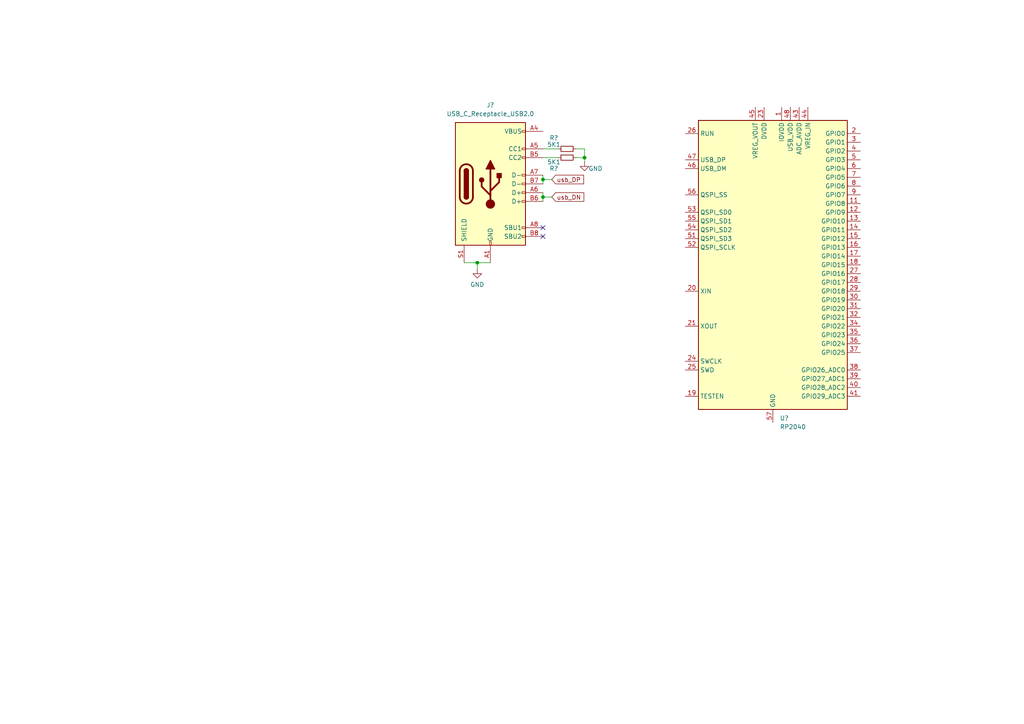
<source format=kicad_sch>
(kicad_sch (version 20211123) (generator eeschema)
  (paper "A4")
  (lib_symbols
    (symbol "Connector:USB_C_Receptacle_USB2.0" (pin_names (offset 1.016))
      (property "Reference" "J" (at -10.16 19.05 0))
      (property "Value" "USB_C_Receptacle_USB2.0" (at 19.05 19.05 0))
      (symbol "USB_C_Receptacle_USB2.0_0_0"
        (rectangle (start -0.254 -17.78) (end 0.254 -16.764))
        (rectangle (start 10.16 -14.986) (end 9.144 -15.494))
        (rectangle (start 10.16 -12.446) (end 9.144 -12.954))
        (rectangle (start 10.16 -4.826) (end 9.144 -5.334))
        (rectangle (start 10.16 -2.286) (end 9.144 -2.794))
        (rectangle (start 10.16 0.254) (end 9.144 -0.254))
        (rectangle (start 10.16 2.794) (end 9.144 2.286))
        (rectangle (start 10.16 7.874) (end 9.144 7.366))
        (rectangle (start 10.16 10.414) (end 9.144 9.906))
        (rectangle (start 10.16 15.494) (end 9.144 14.986))
      )
      (symbol "USB_C_Receptacle_USB2.0_0_1"
        (rectangle (start -10.16 17.78) (end 10.16 -17.78) (stroke (width 0.254)) (fill (type background)))
        (arc (start -8.89 -3.81) (mid -6.985 -5.715) (end -5.08 -3.81) (stroke (width 0.508)))
        (arc (start -7.62 -3.81) (mid -6.985 -4.445) (end -6.35 -3.81) (stroke (width 0.254)))
        (arc (start -7.62 -3.81) (mid -6.985 -4.445) (end -6.35 -3.81) (stroke (width 0.254)) (fill (type outline)))
        (rectangle (start -7.62 -3.81) (end -6.35 3.81) (stroke (width 0.254)) (fill (type outline)))
        (arc (start -6.35 3.81) (mid -6.985 4.445) (end -7.62 3.81) (stroke (width 0.254)))
        (arc (start -6.35 3.81) (mid -6.985 4.445) (end -7.62 3.81) (stroke (width 0.254)) (fill (type outline)))
        (arc (start -5.08 3.81) (mid -6.985 5.715) (end -8.89 3.81) (stroke (width 0.508)))
        (circle (center -2.54 1.143) (radius 0.635) (stroke (width 0.254)) (fill (type outline)))
        (circle (center 0 -5.842) (radius 1.27) (fill (type outline)))
        (polyline (pts (xy -8.89 -3.81) (xy -8.89 3.81)) (stroke (width 0.508)))
        (polyline (pts (xy -5.08 3.81) (xy -5.08 -3.81)) (stroke (width 0.508)))
        (polyline (pts (xy 0 -5.842) (xy 0 4.318)) (stroke (width 0.508)))
        (polyline (pts (xy 0 -3.302) (xy -2.54 -0.762) (xy -2.54 0.508)) (stroke (width 0.508)))
        (polyline (pts (xy 0 -2.032) (xy 2.54 0.508) (xy 2.54 1.778)) (stroke (width 0.508)))
        (polyline (pts (xy -1.27 4.318) (xy 0 6.858) (xy 1.27 4.318) (xy -1.27 4.318)) (stroke (width 0.254)) (fill (type outline)))
        (rectangle (start 1.905 1.778) (end 3.175 3.048) (stroke (width 0.254)) (fill (type outline)))
      )
      (symbol "USB_C_Receptacle_USB2.0_1_1"
        (pin passive line (at 0 -22.86 90) (length 5.08) (name "GND") (number "A1"))
        (pin passive line (at 0 -22.86 90) (length 5.08) hide (name "GND") (number "A12"))
        (pin passive line (at 15.24 15.24 180) (length 5.08) (name "VBUS") (number "A4"))
        (pin bidirectional line (at 15.24 10.16 180) (length 5.08) (name "CC1") (number "A5"))
        (pin bidirectional line (at 15.24 -2.54 180) (length 5.08) (name "D+") (number "A6"))
        (pin bidirectional line (at 15.24 2.54 180) (length 5.08) (name "D-") (number "A7"))
        (pin bidirectional line (at 15.24 -12.7 180) (length 5.08) (name "SBU1") (number "A8"))
        (pin passive line (at 15.24 15.24 180) (length 5.08) hide (name "VBUS") (number "A9"))
        (pin passive line (at 0 -22.86 90) (length 5.08) hide (name "GND") (number "B1"))
        (pin passive line (at 0 -22.86 90) (length 5.08) hide (name "GND") (number "B12"))
        (pin passive line (at 15.24 15.24 180) (length 5.08) hide (name "VBUS") (number "B4"))
        (pin bidirectional line (at 15.24 7.62 180) (length 5.08) (name "CC2") (number "B5"))
        (pin bidirectional line (at 15.24 -5.08 180) (length 5.08) (name "D+") (number "B6"))
        (pin bidirectional line (at 15.24 0 180) (length 5.08) (name "D-") (number "B7"))
        (pin bidirectional line (at 15.24 -15.24 180) (length 5.08) (name "SBU2") (number "B8"))
        (pin passive line (at 15.24 15.24 180) (length 5.08) hide (name "VBUS") (number "B9"))
        (pin passive line (at -7.62 -22.86 90) (length 5.08) (name "SHIELD") (number "S1"))
      )
    )
    (symbol "Device:R_Small" (pin_numbers hide) (pin_names (offset 0.254) hide)
      (property "Reference" "R" (at 0.762 0.508 0))
      (property "Value" "R_Small" (at 0.762 -1.016 0))
      (symbol "R_Small_0_1"
        (rectangle (start -0.762 1.778) (end 0.762 -1.778) (stroke (width 0.2032)))
      )
      (symbol "R_Small_1_1"
        (pin passive line (at 0 2.54 270) (length 0.762) (name "~") (number "1"))
        (pin passive line (at 0 -2.54 90) (length 0.762) (name "~") (number "2"))
      )
    )
    (symbol "MCU_RaspberryPi:RP2040"
      (property "Reference" "U" (at 17.78 45.72 0))
      (property "Value" "RP2040" (at 17.78 43.18 0))
      (symbol "RP2040_0_1"
        (rectangle (start -21.59 41.91) (end 21.59 -41.91) (stroke (width 0.254)) (fill (type background)))
      )
      (symbol "RP2040_1_1"
        (pin power_in line (at 2.54 45.72 270) (length 3.81) (name "IOVDD") (number "1"))
        (pin passive line (at 2.54 45.72 270) (length 3.81) hide (name "IOVDD") (number "10"))
        (pin bidirectional line (at 25.4 17.78 180) (length 3.81) (name "GPIO8") (number "11"))
        (pin bidirectional line (at 25.4 15.24 180) (length 3.81) (name "GPIO9") (number "12"))
        (pin bidirectional line (at 25.4 12.7 180) (length 3.81) (name "GPIO10") (number "13"))
        (pin bidirectional line (at 25.4 10.16 180) (length 3.81) (name "GPIO11") (number "14"))
        (pin bidirectional line (at 25.4 7.62 180) (length 3.81) (name "GPIO12") (number "15"))
        (pin bidirectional line (at 25.4 5.08 180) (length 3.81) (name "GPIO13") (number "16"))
        (pin bidirectional line (at 25.4 2.54 180) (length 3.81) (name "GPIO14") (number "17"))
        (pin bidirectional line (at 25.4 0 180) (length 3.81) (name "GPIO15") (number "18"))
        (pin input line (at -25.4 -38.1 0) (length 3.81) (name "TESTEN") (number "19"))
        (pin bidirectional line (at 25.4 38.1 180) (length 3.81) (name "GPIO0") (number "2"))
        (pin input line (at -25.4 -7.62 0) (length 3.81) (name "XIN") (number "20"))
        (pin passive line (at -25.4 -17.78 0) (length 3.81) (name "XOUT") (number "21"))
        (pin passive line (at 2.54 45.72 270) (length 3.81) hide (name "IOVDD") (number "22"))
        (pin power_in line (at -2.54 45.72 270) (length 3.81) (name "DVDD") (number "23"))
        (pin output line (at -25.4 -27.94 0) (length 3.81) (name "SWCLK") (number "24"))
        (pin bidirectional line (at -25.4 -30.48 0) (length 3.81) (name "SWD") (number "25"))
        (pin input line (at -25.4 38.1 0) (length 3.81) (name "RUN") (number "26"))
        (pin bidirectional line (at 25.4 -2.54 180) (length 3.81) (name "GPIO16") (number "27"))
        (pin bidirectional line (at 25.4 -5.08 180) (length 3.81) (name "GPIO17") (number "28"))
        (pin bidirectional line (at 25.4 -7.62 180) (length 3.81) (name "GPIO18") (number "29"))
        (pin bidirectional line (at 25.4 35.56 180) (length 3.81) (name "GPIO1") (number "3"))
        (pin bidirectional line (at 25.4 -10.16 180) (length 3.81) (name "GPIO19") (number "30"))
        (pin bidirectional line (at 25.4 -12.7 180) (length 3.81) (name "GPIO20") (number "31"))
        (pin bidirectional line (at 25.4 -15.24 180) (length 3.81) (name "GPIO21") (number "32"))
        (pin passive line (at 2.54 45.72 270) (length 3.81) hide (name "IOVDD") (number "33"))
        (pin bidirectional line (at 25.4 -17.78 180) (length 3.81) (name "GPIO22") (number "34"))
        (pin bidirectional line (at 25.4 -20.32 180) (length 3.81) (name "GPIO23") (number "35"))
        (pin bidirectional line (at 25.4 -22.86 180) (length 3.81) (name "GPIO24") (number "36"))
        (pin bidirectional line (at 25.4 -25.4 180) (length 3.81) (name "GPIO25") (number "37"))
        (pin bidirectional line (at 25.4 -30.48 180) (length 3.81) (name "GPIO26_ADC0") (number "38"))
        (pin bidirectional line (at 25.4 -33.02 180) (length 3.81) (name "GPIO27_ADC1") (number "39"))
        (pin bidirectional line (at 25.4 33.02 180) (length 3.81) (name "GPIO2") (number "4"))
        (pin bidirectional line (at 25.4 -35.56 180) (length 3.81) (name "GPIO28_ADC2") (number "40"))
        (pin bidirectional line (at 25.4 -38.1 180) (length 3.81) (name "GPIO29_ADC3") (number "41"))
        (pin passive line (at 2.54 45.72 270) (length 3.81) hide (name "IOVDD") (number "42"))
        (pin power_in line (at 7.62 45.72 270) (length 3.81) (name "ADC_AVDD") (number "43"))
        (pin power_in line (at 10.16 45.72 270) (length 3.81) (name "VREG_IN") (number "44"))
        (pin power_out line (at -5.08 45.72 270) (length 3.81) (name "VREG_VOUT") (number "45"))
        (pin bidirectional line (at -25.4 27.94 0) (length 3.81) (name "USB_DM") (number "46"))
        (pin bidirectional line (at -25.4 30.48 0) (length 3.81) (name "USB_DP") (number "47"))
        (pin power_in line (at 5.08 45.72 270) (length 3.81) (name "USB_VDD") (number "48"))
        (pin passive line (at 2.54 45.72 270) (length 3.81) hide (name "IOVDD") (number "49"))
        (pin bidirectional line (at 25.4 30.48 180) (length 3.81) (name "GPIO3") (number "5"))
        (pin passive line (at -2.54 45.72 270) (length 3.81) hide (name "DVDD") (number "50"))
        (pin bidirectional line (at -25.4 7.62 0) (length 3.81) (name "QSPI_SD3") (number "51"))
        (pin output line (at -25.4 5.08 0) (length 3.81) (name "QSPI_SCLK") (number "52"))
        (pin bidirectional line (at -25.4 15.24 0) (length 3.81) (name "QSPI_SD0") (number "53"))
        (pin bidirectional line (at -25.4 10.16 0) (length 3.81) (name "QSPI_SD2") (number "54"))
        (pin bidirectional line (at -25.4 12.7 0) (length 3.81) (name "QSPI_SD1") (number "55"))
        (pin bidirectional line (at -25.4 20.32 0) (length 3.81) (name "QSPI_SS") (number "56"))
        (pin power_in line (at 0 -45.72 90) (length 3.81) (name "GND") (number "57"))
        (pin bidirectional line (at 25.4 27.94 180) (length 3.81) (name "GPIO4") (number "6"))
        (pin bidirectional line (at 25.4 25.4 180) (length 3.81) (name "GPIO5") (number "7"))
        (pin bidirectional line (at 25.4 22.86 180) (length 3.81) (name "GPIO6") (number "8"))
        (pin bidirectional line (at 25.4 20.32 180) (length 3.81) (name "GPIO7") (number "9"))
      )
    )
    (symbol "power:GND" (power) (pin_names (offset 0))
      (property "Value" "GND" (at 0 -3.81 0))
      (symbol "GND_0_1"
        (polyline (pts (xy 0 0) (xy 0 -1.27) (xy 1.27 -1.27) (xy 0 -2.54) (xy -1.27 -1.27) (xy 0 -1.27)))
      )
      (symbol "GND_1_1"
        (pin power_in line (at 0 0 270) (length 0) hide (name "GND") (number "1"))
      )
    )
  )
  (junction (at 169.545 45.72))
  (junction (at 157.48 52.07))
  (junction (at 138.43 76.2))
  (junction (at 157.48 57.15))
  (no_connect (at 157.48 66.04))
  (no_connect (at 157.48 68.58))
  (wire (pts (xy 157.48 55.88) (xy 157.48 57.15)))
  (wire (pts (xy 169.545 43.18) (xy 167.005 43.18)))
  (wire (pts (xy 167.005 45.72) (xy 169.545 45.72)))
  (wire (pts (xy 134.62 76.2) (xy 138.43 76.2)))
  (wire (pts (xy 157.48 57.15) (xy 160.02 57.15)))
  (wire (pts (xy 138.43 76.2) (xy 138.43 78.105)))
  (wire (pts (xy 157.48 50.8) (xy 157.48 52.07)))
  (wire (pts (xy 157.48 52.07) (xy 157.48 53.34)))
  (wire (pts (xy 169.545 45.72) (xy 169.545 46.99)))
  (wire (pts (xy 157.48 43.18) (xy 161.925 43.18)))
  (wire (pts (xy 138.43 76.2) (xy 142.24 76.2)))
  (wire (pts (xy 157.48 45.72) (xy 161.925 45.72)))
  (wire (pts (xy 169.545 43.18) (xy 169.545 45.72)))
  (wire (pts (xy 157.48 57.15) (xy 157.48 58.42)))
  (wire (pts (xy 157.48 52.07) (xy 160.02 52.07)))
  (global_label "usb_DN" (shape input) (at 160.02 57.15 0) (property "Intersheet References" "${INTERSHEET_REFS}" (effects hide)))
  (global_label "usb_DP" (shape input) (at 160.02 52.07 0) (property "Intersheet References" "${INTERSHEET_REFS}" (effects hide)))
  (symbol (lib_id "power:GND") (at 138.43 78.105 0) (unit 1)
    (property "Reference" "#PWR?" (effects hide))
    (property "Value" "GND" (at 138.43 82.55 0))
  )
  (symbol (lib_id "Connector:USB_C_Receptacle_USB2.0") (at 142.24 53.34 0) (unit 1)
    (property "Reference" "J?" (at 142.24 30.48 0))
    (property "Value" "USB_C_Receptacle_USB2.0" (at 142.24 33.02 0))
    (property "Datasheet" "https://www.usb.org/sites/default/files/documents/usb_type-c.zip" (effects hide))
  )
  (symbol (lib_id "MCU_RaspberryPi:RP2040") (at 224.155 76.835 0) (unit 1)
    (property "Reference" "U?" (at 226.1744 121.285 0) (effects (justify left)))
    (property "Value" "RP2040" (at 226.1744 123.825 0) (effects (justify left)))
    (property "Footprint" "Package_DFN_QFN:QFN-56-1EP_7x7mm_P0.4mm_EP3.2x3.2mm" (effects hide))
    (property "Datasheet" "https://datasheets.raspberrypi.com/rp2040/rp2040-datasheet.pdf" (effects hide))
  )
  (symbol (lib_id "Device:R_Small") (at 164.465 45.72 90) (mirror x) (unit 1)
    (property "Reference" "R?" (at 160.655 48.895 90))
    (property "Value" "5K1" (at 160.655 46.99 90))
  )
  (symbol (lib_id "power:GND") (at 169.545 46.99 0) (unit 1)
    (property "Reference" "#PWR?" (effects hide))
    (property "Value" "GND" (at 172.72 48.895 0))
  )
  (symbol (lib_id "Device:R_Small") (at 164.465 43.18 90) (mirror x) (unit 1)
    (property "Reference" "R?" (at 160.655 40.005 90))
    (property "Value" "5K1" (at 160.655 41.91 90))
  )
)
</source>
